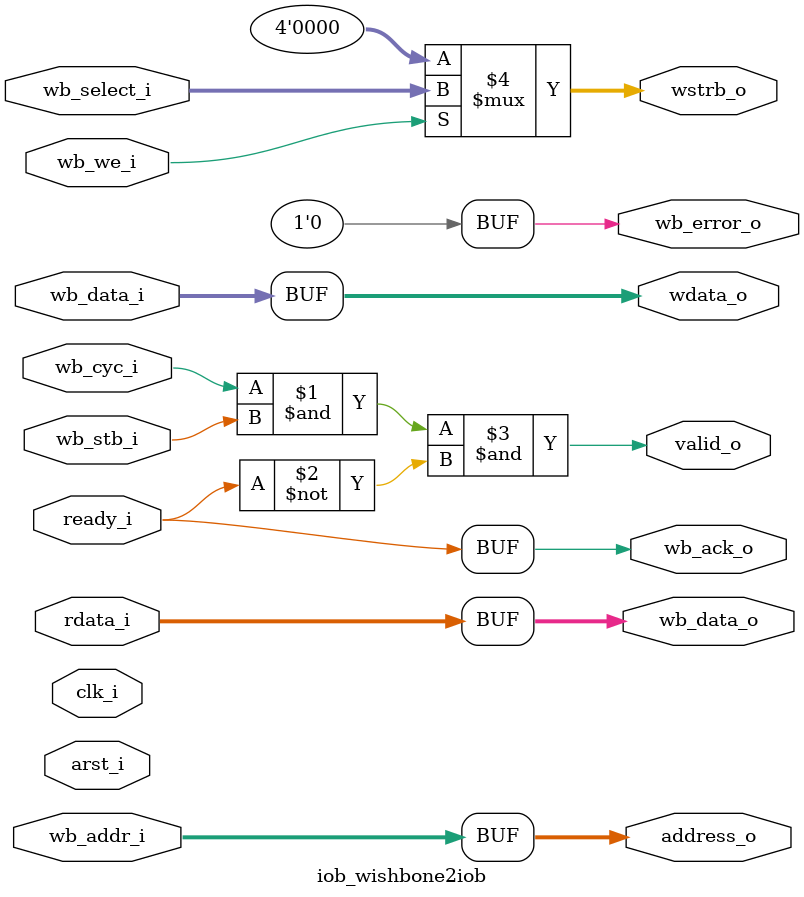
<source format=v>
`timescale 1ns/1ps

module iob_wishbone2iob #(
    parameter ADDR_W = 32,
    parameter DATA_W = 32
) (
    input wire clk_i,
    input wire arst_i,

    // Wishbone interface
    input  wire [ADDR_W-1:0]   wb_addr_i,
    input  wire [DATA_W/8-1:0] wb_select_i,
    input  wire                wb_we_i,
    input  wire                wb_cyc_i,
    input  wire                wb_stb_i,
    input  wire [DATA_W-1:0]   wb_data_i,
    output wire                wb_ack_o,
    output wire                wb_error_o,
    output wire [DATA_W-1:0]   wb_data_o,

    // IOb interface
    output wire                valid_o,
    output wire [ADDR_W-1:0]   address_o,
    output wire [DATA_W-1:0]   wdata_o,
    output wire [DATA_W/8-1:0] wstrb_o,
    input  wire [DATA_W-1:0]   rdata_i,
    input  wire                ready_i
);
    
    // IOb auxiliar wires
    
    // Wishbone auxiliar wire

    // Logic
    assign valid_o = (wb_cyc_i & wb_stb_i)&(~ready_i);
    assign address_o  = wb_addr_i;
    assign wdata_o = wb_data_i;
    assign wstrb_o = wb_we_i? wb_select_i:4'h0;
    
    assign wb_data_o = rdata_i;
    assign wb_ack_o = ready_i;
    assign wb_error_o = 1'b0;


endmodule
</source>
